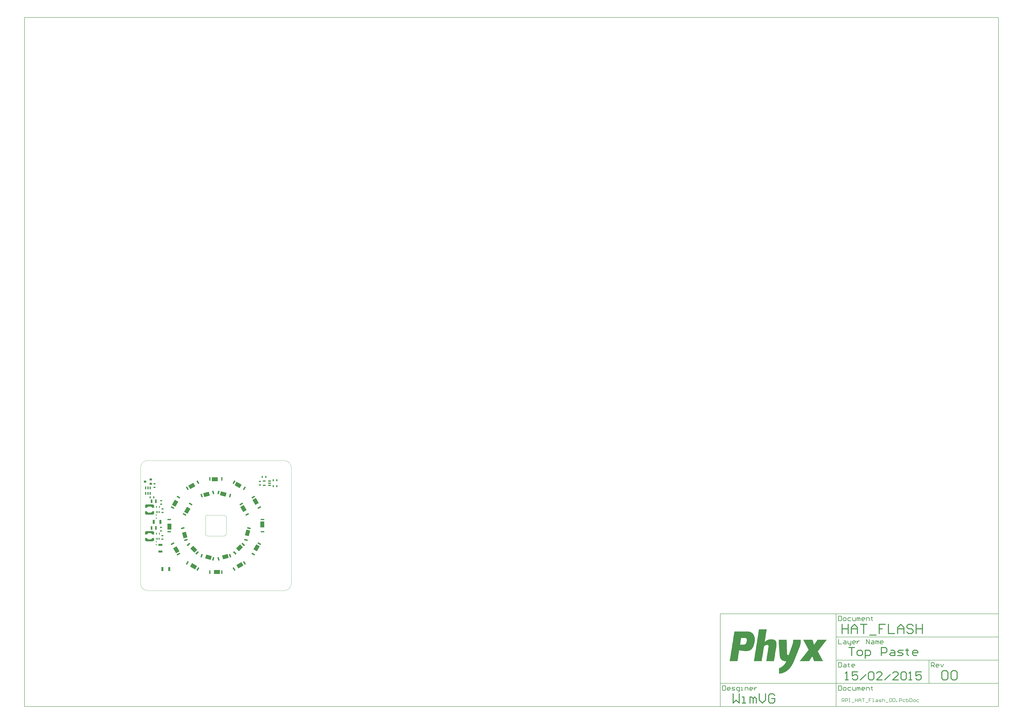
<source format=gtp>
G04 Layer_Color=8421504*
%FSLAX25Y25*%
%MOIN*%
G70*
G01*
G75*
%ADD11C,0.00787*%
%ADD12C,0.01575*%
%ADD15R,0.07874X0.03425*%
%ADD16R,0.02362X0.03543*%
%ADD17R,0.03543X0.02362*%
%ADD18R,0.03543X0.07087*%
%ADD19R,0.07087X0.03543*%
%ADD20R,0.02756X0.05906*%
G04:AMPARAMS|DCode=21|XSize=98.43mil|YSize=66.93mil|CornerRadius=0mil|HoleSize=0mil|Usage=FLASHONLY|Rotation=105.000|XOffset=0mil|YOffset=0mil|HoleType=Round|Shape=Rectangle|*
%AMROTATEDRECTD21*
4,1,4,0.04506,-0.03887,-0.01959,-0.05620,-0.04506,0.03887,0.01959,0.05620,0.04506,-0.03887,0.0*
%
%ADD21ROTATEDRECTD21*%

G04:AMPARAMS|DCode=22|XSize=23.62mil|YSize=59.06mil|CornerRadius=0mil|HoleSize=0mil|Usage=FLASHONLY|Rotation=105.000|XOffset=0mil|YOffset=0mil|HoleType=Round|Shape=Rectangle|*
%AMROTATEDRECTD22*
4,1,4,0.03158,-0.00377,-0.02547,-0.01905,-0.03158,0.00377,0.02547,0.01905,0.03158,-0.00377,0.0*
%
%ADD22ROTATEDRECTD22*%

G04:AMPARAMS|DCode=23|XSize=98.43mil|YSize=66.93mil|CornerRadius=0mil|HoleSize=0mil|Usage=FLASHONLY|Rotation=135.000|XOffset=0mil|YOffset=0mil|HoleType=Round|Shape=Rectangle|*
%AMROTATEDRECTD23*
4,1,4,0.05846,-0.01114,0.01114,-0.05846,-0.05846,0.01114,-0.01114,0.05846,0.05846,-0.01114,0.0*
%
%ADD23ROTATEDRECTD23*%

G04:AMPARAMS|DCode=24|XSize=23.62mil|YSize=59.06mil|CornerRadius=0mil|HoleSize=0mil|Usage=FLASHONLY|Rotation=135.000|XOffset=0mil|YOffset=0mil|HoleType=Round|Shape=Rectangle|*
%AMROTATEDRECTD24*
4,1,4,0.02923,0.01253,-0.01253,-0.02923,-0.02923,-0.01253,0.01253,0.02923,0.02923,0.01253,0.0*
%
%ADD24ROTATEDRECTD24*%

G04:AMPARAMS|DCode=25|XSize=98.43mil|YSize=66.93mil|CornerRadius=0mil|HoleSize=0mil|Usage=FLASHONLY|Rotation=165.000|XOffset=0mil|YOffset=0mil|HoleType=Round|Shape=Rectangle|*
%AMROTATEDRECTD25*
4,1,4,0.05620,0.01959,0.03887,-0.04506,-0.05620,-0.01959,-0.03887,0.04506,0.05620,0.01959,0.0*
%
%ADD25ROTATEDRECTD25*%

G04:AMPARAMS|DCode=26|XSize=23.62mil|YSize=59.06mil|CornerRadius=0mil|HoleSize=0mil|Usage=FLASHONLY|Rotation=165.000|XOffset=0mil|YOffset=0mil|HoleType=Round|Shape=Rectangle|*
%AMROTATEDRECTD26*
4,1,4,0.01905,0.02547,0.00377,-0.03158,-0.01905,-0.02547,-0.00377,0.03158,0.01905,0.02547,0.0*
%
%ADD26ROTATEDRECTD26*%

G04:AMPARAMS|DCode=27|XSize=98.43mil|YSize=66.93mil|CornerRadius=0mil|HoleSize=0mil|Usage=FLASHONLY|Rotation=195.000|XOffset=0mil|YOffset=0mil|HoleType=Round|Shape=Rectangle|*
%AMROTATEDRECTD27*
4,1,4,0.03887,0.04506,0.05620,-0.01959,-0.03887,-0.04506,-0.05620,0.01959,0.03887,0.04506,0.0*
%
%ADD27ROTATEDRECTD27*%

G04:AMPARAMS|DCode=28|XSize=23.62mil|YSize=59.06mil|CornerRadius=0mil|HoleSize=0mil|Usage=FLASHONLY|Rotation=195.000|XOffset=0mil|YOffset=0mil|HoleType=Round|Shape=Rectangle|*
%AMROTATEDRECTD28*
4,1,4,0.00377,0.03158,0.01905,-0.02547,-0.00377,-0.03158,-0.01905,0.02547,0.00377,0.03158,0.0*
%
%ADD28ROTATEDRECTD28*%

G04:AMPARAMS|DCode=29|XSize=98.43mil|YSize=66.93mil|CornerRadius=0mil|HoleSize=0mil|Usage=FLASHONLY|Rotation=225.000|XOffset=0mil|YOffset=0mil|HoleType=Round|Shape=Rectangle|*
%AMROTATEDRECTD29*
4,1,4,0.01114,0.05846,0.05846,0.01114,-0.01114,-0.05846,-0.05846,-0.01114,0.01114,0.05846,0.0*
%
%ADD29ROTATEDRECTD29*%

G04:AMPARAMS|DCode=30|XSize=23.62mil|YSize=59.06mil|CornerRadius=0mil|HoleSize=0mil|Usage=FLASHONLY|Rotation=225.000|XOffset=0mil|YOffset=0mil|HoleType=Round|Shape=Rectangle|*
%AMROTATEDRECTD30*
4,1,4,-0.01253,0.02923,0.02923,-0.01253,0.01253,-0.02923,-0.02923,0.01253,-0.01253,0.02923,0.0*
%
%ADD30ROTATEDRECTD30*%

G04:AMPARAMS|DCode=31|XSize=98.43mil|YSize=66.93mil|CornerRadius=0mil|HoleSize=0mil|Usage=FLASHONLY|Rotation=255.000|XOffset=0mil|YOffset=0mil|HoleType=Round|Shape=Rectangle|*
%AMROTATEDRECTD31*
4,1,4,-0.01959,0.05620,0.04506,0.03887,0.01959,-0.05620,-0.04506,-0.03887,-0.01959,0.05620,0.0*
%
%ADD31ROTATEDRECTD31*%

G04:AMPARAMS|DCode=32|XSize=23.62mil|YSize=59.06mil|CornerRadius=0mil|HoleSize=0mil|Usage=FLASHONLY|Rotation=255.000|XOffset=0mil|YOffset=0mil|HoleType=Round|Shape=Rectangle|*
%AMROTATEDRECTD32*
4,1,4,-0.02547,0.01905,0.03158,0.00377,0.02547,-0.01905,-0.03158,-0.00377,-0.02547,0.01905,0.0*
%
%ADD32ROTATEDRECTD32*%

G04:AMPARAMS|DCode=33|XSize=98.43mil|YSize=66.93mil|CornerRadius=0mil|HoleSize=0mil|Usage=FLASHONLY|Rotation=300.000|XOffset=0mil|YOffset=0mil|HoleType=Round|Shape=Rectangle|*
%AMROTATEDRECTD33*
4,1,4,-0.05359,0.02589,0.00438,0.05935,0.05359,-0.02589,-0.00438,-0.05935,-0.05359,0.02589,0.0*
%
%ADD33ROTATEDRECTD33*%

G04:AMPARAMS|DCode=34|XSize=23.62mil|YSize=59.06mil|CornerRadius=0mil|HoleSize=0mil|Usage=FLASHONLY|Rotation=300.000|XOffset=0mil|YOffset=0mil|HoleType=Round|Shape=Rectangle|*
%AMROTATEDRECTD34*
4,1,4,-0.03148,-0.00454,0.01967,0.02499,0.03148,0.00454,-0.01967,-0.02499,-0.03148,-0.00454,0.0*
%
%ADD34ROTATEDRECTD34*%

G04:AMPARAMS|DCode=35|XSize=98.43mil|YSize=66.93mil|CornerRadius=0mil|HoleSize=0mil|Usage=FLASHONLY|Rotation=60.000|XOffset=0mil|YOffset=0mil|HoleType=Round|Shape=Rectangle|*
%AMROTATEDRECTD35*
4,1,4,0.00438,-0.05935,-0.05359,-0.02589,-0.00438,0.05935,0.05359,0.02589,0.00438,-0.05935,0.0*
%
%ADD35ROTATEDRECTD35*%

G04:AMPARAMS|DCode=36|XSize=23.62mil|YSize=59.06mil|CornerRadius=0mil|HoleSize=0mil|Usage=FLASHONLY|Rotation=60.000|XOffset=0mil|YOffset=0mil|HoleType=Round|Shape=Rectangle|*
%AMROTATEDRECTD36*
4,1,4,0.01967,-0.02499,-0.03148,0.00454,-0.01967,0.02499,0.03148,-0.00454,0.01967,-0.02499,0.0*
%
%ADD36ROTATEDRECTD36*%

%ADD37R,0.01575X0.01890*%
%ADD38R,0.01575X0.03543*%
%ADD39R,0.03937X0.03347*%
%ADD40R,0.03937X0.03347*%
%ADD41R,0.02362X0.04528*%
%ADD42R,0.06693X0.09843*%
%ADD43R,0.05906X0.02362*%
G04:AMPARAMS|DCode=44|XSize=98.43mil|YSize=66.93mil|CornerRadius=0mil|HoleSize=0mil|Usage=FLASHONLY|Rotation=150.000|XOffset=0mil|YOffset=0mil|HoleType=Round|Shape=Rectangle|*
%AMROTATEDRECTD44*
4,1,4,0.05935,0.00438,0.02589,-0.05359,-0.05935,-0.00438,-0.02589,0.05359,0.05935,0.00438,0.0*
%
%ADD44ROTATEDRECTD44*%

G04:AMPARAMS|DCode=45|XSize=23.62mil|YSize=59.06mil|CornerRadius=0mil|HoleSize=0mil|Usage=FLASHONLY|Rotation=150.000|XOffset=0mil|YOffset=0mil|HoleType=Round|Shape=Rectangle|*
%AMROTATEDRECTD45*
4,1,4,0.02499,0.01967,-0.00454,-0.03148,-0.02499,-0.01967,0.00454,0.03148,0.02499,0.01967,0.0*
%
%ADD45ROTATEDRECTD45*%

%ADD46R,0.09843X0.06693*%
%ADD47R,0.02362X0.05906*%
G04:AMPARAMS|DCode=48|XSize=98.43mil|YSize=66.93mil|CornerRadius=0mil|HoleSize=0mil|Usage=FLASHONLY|Rotation=210.000|XOffset=0mil|YOffset=0mil|HoleType=Round|Shape=Rectangle|*
%AMROTATEDRECTD48*
4,1,4,0.02589,0.05359,0.05935,-0.00438,-0.02589,-0.05359,-0.05935,0.00438,0.02589,0.05359,0.0*
%
%ADD48ROTATEDRECTD48*%

G04:AMPARAMS|DCode=49|XSize=23.62mil|YSize=59.06mil|CornerRadius=0mil|HoleSize=0mil|Usage=FLASHONLY|Rotation=210.000|XOffset=0mil|YOffset=0mil|HoleType=Round|Shape=Rectangle|*
%AMROTATEDRECTD49*
4,1,4,-0.00454,0.03148,0.02499,-0.01967,0.00454,-0.03148,-0.02499,0.01967,-0.00454,0.03148,0.0*
%
%ADD49ROTATEDRECTD49*%

%ADD50R,0.04528X0.02362*%
%ADD53C,0.00984*%
%ADD54C,0.00394*%
G36*
X1121080Y-83717D02*
Y-84003D01*
Y-84290D01*
Y-84576D01*
Y-84862D01*
Y-85149D01*
Y-85435D01*
Y-85721D01*
Y-86007D01*
Y-86294D01*
Y-86580D01*
Y-86866D01*
Y-87153D01*
Y-87439D01*
Y-87725D01*
Y-88012D01*
Y-88298D01*
Y-88584D01*
Y-88871D01*
Y-89157D01*
Y-89443D01*
X1120793D01*
Y-89730D01*
Y-90016D01*
Y-90302D01*
Y-90588D01*
Y-90875D01*
X1120507D01*
Y-91161D01*
Y-91448D01*
Y-91734D01*
Y-92020D01*
X1120221D01*
Y-92306D01*
Y-92593D01*
Y-92879D01*
Y-93165D01*
X1119934D01*
Y-93452D01*
Y-93738D01*
Y-94024D01*
X1119648D01*
Y-94311D01*
Y-94597D01*
Y-94883D01*
X1119362D01*
Y-95170D01*
Y-95456D01*
Y-95742D01*
X1119075D01*
Y-96029D01*
Y-96315D01*
Y-96601D01*
X1118789D01*
Y-96887D01*
Y-97174D01*
X1118503D01*
Y-97460D01*
Y-97746D01*
X1118217D01*
Y-98033D01*
Y-98319D01*
Y-98605D01*
X1117930D01*
Y-98892D01*
Y-99178D01*
X1117644D01*
Y-99464D01*
Y-99751D01*
Y-100037D01*
X1117358D01*
Y-100323D01*
Y-100610D01*
X1117071D01*
Y-100896D01*
Y-101182D01*
Y-101468D01*
X1116785D01*
Y-101755D01*
Y-102041D01*
X1116499D01*
Y-102327D01*
Y-102614D01*
Y-102900D01*
X1116212D01*
Y-103186D01*
Y-103473D01*
X1115926D01*
Y-103759D01*
Y-104045D01*
Y-104332D01*
X1115640D01*
Y-104618D01*
Y-104904D01*
X1115353D01*
Y-105191D01*
Y-105477D01*
Y-105763D01*
X1115067D01*
Y-106049D01*
Y-106336D01*
X1114781D01*
Y-106622D01*
Y-106908D01*
Y-107195D01*
X1114494D01*
Y-107481D01*
Y-107767D01*
X1114208D01*
Y-108054D01*
Y-108340D01*
Y-108626D01*
X1113922D01*
Y-108913D01*
Y-109199D01*
X1113636D01*
Y-109485D01*
Y-109772D01*
Y-110058D01*
X1113349D01*
Y-110344D01*
Y-110630D01*
X1113063D01*
Y-110917D01*
Y-111203D01*
Y-111489D01*
X1112776D01*
Y-111776D01*
Y-112062D01*
X1112490D01*
Y-112348D01*
Y-112635D01*
Y-112921D01*
X1112204D01*
Y-113207D01*
Y-113494D01*
X1111918D01*
Y-113780D01*
Y-114066D01*
Y-114353D01*
X1111631D01*
Y-114639D01*
Y-114925D01*
X1111345D01*
Y-115211D01*
Y-115498D01*
Y-115784D01*
X1111059D01*
Y-116070D01*
Y-116357D01*
X1110772D01*
Y-116643D01*
Y-116929D01*
Y-117216D01*
X1110486D01*
Y-117502D01*
Y-117788D01*
X1110200D01*
Y-118075D01*
Y-118361D01*
Y-118647D01*
X1109913D01*
Y-118933D01*
Y-119220D01*
X1109627D01*
Y-119506D01*
Y-119792D01*
Y-120079D01*
X1109341D01*
Y-120365D01*
Y-120651D01*
X1109054D01*
Y-120938D01*
Y-121224D01*
X1108768D01*
Y-121510D01*
Y-121797D01*
X1108482D01*
Y-122083D01*
Y-122369D01*
Y-122656D01*
X1108195D01*
Y-122942D01*
X1107909D01*
Y-123228D01*
Y-123514D01*
Y-123801D01*
X1107623D01*
Y-124087D01*
X1107337D01*
Y-124373D01*
Y-124660D01*
X1107050D01*
Y-124946D01*
Y-125232D01*
X1106764D01*
Y-125519D01*
Y-125805D01*
X1106478D01*
Y-126091D01*
Y-126378D01*
X1106191D01*
Y-126664D01*
X1105905D01*
Y-126950D01*
Y-127237D01*
X1105619D01*
Y-127523D01*
Y-127809D01*
X1105332D01*
Y-128095D01*
X1105046D01*
Y-128382D01*
X1104760D01*
Y-128668D01*
Y-128954D01*
X1104473D01*
Y-129241D01*
X1104187D01*
Y-129527D01*
Y-129813D01*
X1103901D01*
Y-130100D01*
X1103615D01*
Y-130386D01*
X1103328D01*
Y-130672D01*
Y-130959D01*
X1103042D01*
Y-131245D01*
X1102756D01*
Y-131531D01*
X1102469D01*
Y-131818D01*
X1102183D01*
Y-132104D01*
X1101897D01*
Y-132390D01*
Y-132676D01*
X1101610D01*
Y-132963D01*
X1101324D01*
Y-133249D01*
X1101038D01*
Y-133535D01*
X1100751D01*
Y-133822D01*
X1100465D01*
Y-134108D01*
X1100179D01*
Y-134394D01*
X1099892D01*
Y-134681D01*
X1099320D01*
Y-134967D01*
X1099034D01*
Y-135253D01*
X1098747D01*
Y-135540D01*
X1098461D01*
Y-135826D01*
X1098175D01*
Y-136112D01*
X1097602D01*
Y-136399D01*
X1097316D01*
Y-136685D01*
X1096743D01*
Y-136971D01*
X1096457D01*
Y-137258D01*
X1095884D01*
Y-137544D01*
X1095598D01*
Y-137830D01*
X1095025D01*
Y-138117D01*
X1094452D01*
Y-138403D01*
X1093880D01*
Y-138689D01*
X1093307D01*
Y-138975D01*
X1092735D01*
Y-139262D01*
X1091876D01*
Y-139548D01*
X1091303D01*
Y-139834D01*
X1090444D01*
Y-140121D01*
X1089299D01*
Y-140407D01*
X1088154D01*
Y-140693D01*
X1086436D01*
Y-140980D01*
X1084432D01*
Y-141266D01*
X1084145D01*
Y-140980D01*
Y-140693D01*
Y-140407D01*
Y-140121D01*
Y-139834D01*
Y-139548D01*
Y-139262D01*
Y-138975D01*
Y-138689D01*
Y-138403D01*
Y-138117D01*
Y-137830D01*
Y-137544D01*
Y-137258D01*
Y-136971D01*
Y-136685D01*
Y-136399D01*
Y-136112D01*
Y-135826D01*
Y-135540D01*
Y-135253D01*
Y-134967D01*
Y-134681D01*
Y-134394D01*
Y-134108D01*
Y-133822D01*
Y-133535D01*
Y-133249D01*
Y-132963D01*
Y-132676D01*
Y-132390D01*
Y-132104D01*
Y-131818D01*
X1084718D01*
Y-131531D01*
X1085291D01*
Y-131245D01*
X1085863D01*
Y-130959D01*
X1086436D01*
Y-130672D01*
X1087008D01*
Y-130386D01*
X1087581D01*
Y-130100D01*
X1087867D01*
Y-129813D01*
X1088440D01*
Y-129527D01*
X1088726D01*
Y-129241D01*
X1089299D01*
Y-128954D01*
X1089585D01*
Y-128668D01*
X1089872D01*
Y-128382D01*
X1090444D01*
Y-128095D01*
X1090730D01*
Y-127809D01*
X1091017D01*
Y-127523D01*
X1091303D01*
Y-127237D01*
X1091589D01*
Y-126950D01*
X1091876D01*
Y-126664D01*
X1092162D01*
Y-126378D01*
X1092448D01*
Y-126091D01*
X1092735D01*
Y-125805D01*
X1093021D01*
Y-125519D01*
X1093307D01*
Y-125232D01*
X1093594D01*
Y-124946D01*
Y-124660D01*
X1093880D01*
Y-124373D01*
X1094166D01*
Y-124087D01*
X1094452D01*
Y-123801D01*
Y-123514D01*
X1094739D01*
Y-123228D01*
X1095025D01*
Y-122942D01*
Y-122656D01*
X1095311D01*
Y-122369D01*
Y-122083D01*
X1095598D01*
Y-121797D01*
X1095884D01*
Y-121510D01*
Y-121224D01*
X1096170D01*
Y-120938D01*
Y-120651D01*
X1096457D01*
Y-120365D01*
Y-120079D01*
X1094739D01*
Y-119792D01*
X1092735D01*
Y-119506D01*
X1091589D01*
Y-119220D01*
X1091017D01*
Y-118933D01*
X1090158D01*
Y-118647D01*
X1089585D01*
Y-118361D01*
X1089299D01*
Y-118075D01*
X1088726D01*
Y-117788D01*
X1088440D01*
Y-117502D01*
X1088154D01*
Y-117216D01*
X1087867D01*
Y-116929D01*
X1087581D01*
Y-116643D01*
X1087295D01*
Y-116357D01*
Y-116070D01*
X1087008D01*
Y-115784D01*
X1086722D01*
Y-115498D01*
Y-115211D01*
X1086436D01*
Y-114925D01*
Y-114639D01*
X1086149D01*
Y-114353D01*
Y-114066D01*
X1085863D01*
Y-113780D01*
Y-113494D01*
Y-113207D01*
X1085577D01*
Y-112921D01*
Y-112635D01*
Y-112348D01*
Y-112062D01*
X1085291D01*
Y-111776D01*
Y-111489D01*
Y-111203D01*
Y-110917D01*
Y-110630D01*
Y-110344D01*
Y-110058D01*
X1085004D01*
Y-109772D01*
Y-109485D01*
Y-109199D01*
Y-108913D01*
Y-108626D01*
Y-108340D01*
Y-108054D01*
Y-107767D01*
Y-107481D01*
Y-107195D01*
Y-106908D01*
Y-106622D01*
Y-106336D01*
Y-106049D01*
Y-105763D01*
X1084718D01*
Y-105477D01*
Y-105191D01*
Y-104904D01*
Y-104618D01*
Y-104332D01*
Y-104045D01*
Y-103759D01*
Y-103473D01*
Y-103186D01*
Y-102900D01*
Y-102614D01*
Y-102327D01*
Y-102041D01*
Y-101755D01*
Y-101468D01*
X1084432D01*
Y-101182D01*
Y-100896D01*
Y-100610D01*
Y-100323D01*
Y-100037D01*
Y-99751D01*
Y-99464D01*
Y-99178D01*
Y-98892D01*
Y-98605D01*
Y-98319D01*
Y-98033D01*
Y-97746D01*
Y-97460D01*
Y-97174D01*
Y-96887D01*
X1084145D01*
Y-96601D01*
Y-96315D01*
Y-96029D01*
Y-95742D01*
Y-95456D01*
Y-95170D01*
Y-94883D01*
Y-94597D01*
Y-94311D01*
Y-94024D01*
Y-93738D01*
Y-93452D01*
Y-93165D01*
Y-92879D01*
Y-92593D01*
Y-92306D01*
X1083859D01*
Y-92020D01*
Y-91734D01*
Y-91448D01*
Y-91161D01*
Y-90875D01*
Y-90588D01*
Y-90302D01*
Y-90016D01*
Y-89730D01*
Y-89443D01*
Y-89157D01*
Y-88871D01*
Y-88584D01*
Y-88298D01*
X1083573D01*
Y-88012D01*
Y-87725D01*
Y-87439D01*
Y-87153D01*
Y-86866D01*
Y-86580D01*
Y-86294D01*
Y-86007D01*
Y-85721D01*
Y-85435D01*
Y-85149D01*
Y-84862D01*
Y-84576D01*
Y-84290D01*
Y-84003D01*
Y-83717D01*
X1083286D01*
Y-83431D01*
X1097029D01*
Y-83717D01*
Y-84003D01*
Y-84290D01*
Y-84576D01*
Y-84862D01*
Y-85149D01*
Y-85435D01*
Y-85721D01*
Y-86007D01*
Y-86294D01*
Y-86580D01*
Y-86866D01*
Y-87153D01*
Y-87439D01*
X1097316D01*
Y-87725D01*
Y-88012D01*
Y-88298D01*
Y-88584D01*
Y-88871D01*
Y-89157D01*
Y-89443D01*
Y-89730D01*
Y-90016D01*
Y-90302D01*
Y-90588D01*
Y-90875D01*
Y-91161D01*
Y-91448D01*
Y-91734D01*
Y-92020D01*
Y-92306D01*
Y-92593D01*
Y-92879D01*
Y-93165D01*
Y-93452D01*
Y-93738D01*
Y-94024D01*
Y-94311D01*
Y-94597D01*
Y-94883D01*
Y-95170D01*
Y-95456D01*
Y-95742D01*
Y-96029D01*
Y-96315D01*
Y-96601D01*
Y-96887D01*
Y-97174D01*
Y-97460D01*
Y-97746D01*
Y-98033D01*
Y-98319D01*
Y-98605D01*
Y-98892D01*
Y-99178D01*
X1097602D01*
Y-99464D01*
X1097316D01*
Y-99751D01*
Y-100037D01*
X1097602D01*
Y-100323D01*
Y-100610D01*
Y-100896D01*
Y-101182D01*
Y-101468D01*
Y-101755D01*
Y-102041D01*
Y-102327D01*
Y-102614D01*
Y-102900D01*
Y-103186D01*
Y-103473D01*
Y-103759D01*
Y-104045D01*
Y-104332D01*
Y-104618D01*
Y-104904D01*
Y-105191D01*
Y-105477D01*
Y-105763D01*
Y-106049D01*
Y-106336D01*
Y-106622D01*
Y-106908D01*
Y-107195D01*
Y-107481D01*
X1097888D01*
Y-107767D01*
Y-108054D01*
Y-108340D01*
X1098175D01*
Y-108626D01*
X1098461D01*
Y-108913D01*
X1098747D01*
Y-109199D01*
X1099606D01*
Y-109485D01*
X1100465D01*
Y-109199D01*
X1100751D01*
Y-108913D01*
Y-108626D01*
Y-108340D01*
X1101038D01*
Y-108054D01*
Y-107767D01*
X1101324D01*
Y-107481D01*
Y-107195D01*
Y-106908D01*
X1101610D01*
Y-106622D01*
Y-106336D01*
Y-106049D01*
X1101897D01*
Y-105763D01*
Y-105477D01*
Y-105191D01*
X1102183D01*
Y-104904D01*
Y-104618D01*
Y-104332D01*
X1102469D01*
Y-104045D01*
Y-103759D01*
X1102756D01*
Y-103473D01*
Y-103186D01*
Y-102900D01*
X1103042D01*
Y-102614D01*
Y-102327D01*
Y-102041D01*
X1103328D01*
Y-101755D01*
Y-101468D01*
Y-101182D01*
X1103615D01*
Y-100896D01*
Y-100610D01*
X1103901D01*
Y-100323D01*
Y-100037D01*
Y-99751D01*
X1104187D01*
Y-99464D01*
Y-99178D01*
Y-98892D01*
X1104473D01*
Y-98605D01*
Y-98319D01*
Y-98033D01*
X1104760D01*
Y-97746D01*
Y-97460D01*
X1105046D01*
Y-97174D01*
Y-96887D01*
Y-96601D01*
X1105332D01*
Y-96315D01*
Y-96029D01*
Y-95742D01*
X1105619D01*
Y-95456D01*
Y-95170D01*
Y-94883D01*
X1105905D01*
Y-94597D01*
Y-94311D01*
X1106191D01*
Y-94024D01*
Y-93738D01*
Y-93452D01*
X1106478D01*
Y-93165D01*
Y-92879D01*
Y-92593D01*
X1106764D01*
Y-92306D01*
Y-92020D01*
Y-91734D01*
X1107050D01*
Y-91448D01*
Y-91161D01*
Y-90875D01*
Y-90588D01*
X1107337D01*
Y-90302D01*
Y-90016D01*
Y-89730D01*
Y-89443D01*
X1107623D01*
Y-89157D01*
Y-88871D01*
Y-88584D01*
Y-88298D01*
Y-88012D01*
X1107909D01*
Y-87725D01*
Y-87439D01*
Y-87153D01*
Y-86866D01*
Y-86580D01*
Y-86294D01*
X1108195D01*
Y-86007D01*
Y-85721D01*
Y-85435D01*
Y-85149D01*
Y-84862D01*
Y-84576D01*
Y-84290D01*
Y-84003D01*
Y-83717D01*
Y-83431D01*
X1121080D01*
Y-83717D01*
D02*
G37*
G36*
X1063244Y-66252D02*
Y-66538D01*
X1062958D01*
Y-66825D01*
Y-67111D01*
Y-67397D01*
Y-67684D01*
Y-67970D01*
Y-68256D01*
X1062672D01*
Y-68542D01*
Y-68829D01*
Y-69115D01*
Y-69401D01*
Y-69688D01*
Y-69974D01*
X1062385D01*
Y-70260D01*
Y-70547D01*
Y-70833D01*
Y-71119D01*
Y-71406D01*
Y-71692D01*
Y-71978D01*
X1062099D01*
Y-72264D01*
Y-72551D01*
Y-72837D01*
Y-73123D01*
Y-73410D01*
Y-73696D01*
X1061813D01*
Y-73982D01*
Y-74269D01*
Y-74555D01*
Y-74841D01*
Y-75128D01*
Y-75414D01*
X1061526D01*
Y-75700D01*
Y-75987D01*
Y-76273D01*
Y-76559D01*
Y-76846D01*
Y-77132D01*
Y-77418D01*
X1061240D01*
Y-77704D01*
Y-77991D01*
Y-78277D01*
Y-78563D01*
Y-78850D01*
Y-79136D01*
X1060954D01*
Y-79422D01*
Y-79709D01*
Y-79995D01*
Y-80281D01*
Y-80568D01*
Y-80854D01*
X1060668D01*
Y-81140D01*
Y-81427D01*
Y-81713D01*
Y-81999D01*
Y-82285D01*
Y-82572D01*
X1060381D01*
Y-82858D01*
Y-83144D01*
Y-83431D01*
Y-83717D01*
Y-84003D01*
Y-84290D01*
Y-84576D01*
X1060095D01*
Y-84862D01*
Y-85149D01*
Y-85435D01*
Y-85721D01*
Y-86007D01*
Y-86294D01*
X1059809D01*
Y-86580D01*
Y-86866D01*
X1060381D01*
Y-86580D01*
X1060668D01*
Y-86294D01*
X1060954D01*
Y-86007D01*
X1061526D01*
Y-85721D01*
X1061813D01*
Y-85435D01*
X1062099D01*
Y-85149D01*
X1062672D01*
Y-84862D01*
X1063244D01*
Y-84576D01*
X1063531D01*
Y-84290D01*
X1064103D01*
Y-84003D01*
X1064962D01*
Y-83717D01*
X1065535D01*
Y-83431D01*
X1066394D01*
Y-83144D01*
X1067825D01*
Y-82858D01*
X1074124D01*
Y-83144D01*
X1075270D01*
Y-83431D01*
X1076128D01*
Y-83717D01*
X1076701D01*
Y-84003D01*
X1076987D01*
Y-84290D01*
X1077560D01*
Y-84576D01*
X1077846D01*
Y-84862D01*
X1078133D01*
Y-85149D01*
X1078419D01*
Y-85435D01*
X1078705D01*
Y-85721D01*
Y-86007D01*
X1078992D01*
Y-86294D01*
Y-86580D01*
X1079278D01*
Y-86866D01*
Y-87153D01*
Y-87439D01*
X1079564D01*
Y-87725D01*
Y-88012D01*
Y-88298D01*
Y-88584D01*
X1079850D01*
Y-88871D01*
Y-89157D01*
Y-89443D01*
Y-89730D01*
Y-90016D01*
Y-90302D01*
Y-90588D01*
Y-90875D01*
Y-91161D01*
Y-91448D01*
Y-91734D01*
Y-92020D01*
Y-92306D01*
Y-92593D01*
Y-92879D01*
Y-93165D01*
Y-93452D01*
Y-93738D01*
X1079564D01*
Y-94024D01*
Y-94311D01*
Y-94597D01*
Y-94883D01*
Y-95170D01*
Y-95456D01*
Y-95742D01*
X1079278D01*
Y-96029D01*
Y-96315D01*
Y-96601D01*
Y-96887D01*
Y-97174D01*
Y-97460D01*
Y-97746D01*
X1078992D01*
Y-98033D01*
Y-98319D01*
Y-98605D01*
Y-98892D01*
Y-99178D01*
Y-99464D01*
X1078705D01*
Y-99751D01*
Y-100037D01*
Y-100323D01*
Y-100610D01*
Y-100896D01*
Y-101182D01*
X1078419D01*
Y-101468D01*
Y-101755D01*
Y-102041D01*
Y-102327D01*
Y-102614D01*
Y-102900D01*
X1078133D01*
Y-103186D01*
Y-103473D01*
Y-103759D01*
Y-104045D01*
Y-104332D01*
Y-104618D01*
Y-104904D01*
X1077846D01*
Y-105191D01*
Y-105477D01*
Y-105763D01*
Y-106049D01*
Y-106336D01*
Y-106622D01*
X1077560D01*
Y-106908D01*
Y-107195D01*
Y-107481D01*
Y-107767D01*
Y-108054D01*
Y-108340D01*
X1077274D01*
Y-108626D01*
Y-108913D01*
Y-109199D01*
Y-109485D01*
Y-109772D01*
Y-110058D01*
Y-110344D01*
X1076987D01*
Y-110630D01*
Y-110917D01*
Y-111203D01*
Y-111489D01*
Y-111776D01*
Y-112062D01*
X1076701D01*
Y-112348D01*
Y-112635D01*
Y-112921D01*
Y-113207D01*
Y-113494D01*
Y-113780D01*
X1076415D01*
Y-114066D01*
Y-114353D01*
Y-114639D01*
Y-114925D01*
Y-115211D01*
Y-115498D01*
X1076128D01*
Y-115784D01*
Y-116070D01*
Y-116357D01*
Y-116643D01*
Y-116929D01*
Y-117216D01*
Y-117502D01*
X1075842D01*
Y-117788D01*
Y-118075D01*
Y-118361D01*
Y-118647D01*
Y-118933D01*
Y-119220D01*
X1075556D01*
Y-119506D01*
Y-119792D01*
X1062385D01*
Y-119506D01*
Y-119220D01*
X1062672D01*
Y-118933D01*
Y-118647D01*
Y-118361D01*
Y-118075D01*
Y-117788D01*
Y-117502D01*
X1062958D01*
Y-117216D01*
Y-116929D01*
Y-116643D01*
Y-116357D01*
Y-116070D01*
Y-115784D01*
Y-115498D01*
X1063244D01*
Y-115211D01*
Y-114925D01*
Y-114639D01*
Y-114353D01*
Y-114066D01*
Y-113780D01*
X1063531D01*
Y-113494D01*
Y-113207D01*
Y-112921D01*
Y-112635D01*
Y-112348D01*
Y-112062D01*
X1063817D01*
Y-111776D01*
Y-111489D01*
Y-111203D01*
Y-110917D01*
Y-110630D01*
Y-110344D01*
Y-110058D01*
X1064103D01*
Y-109772D01*
Y-109485D01*
Y-109199D01*
Y-108913D01*
Y-108626D01*
Y-108340D01*
X1064390D01*
Y-108054D01*
Y-107767D01*
Y-107481D01*
Y-107195D01*
Y-106908D01*
Y-106622D01*
Y-106336D01*
X1064676D01*
Y-106049D01*
Y-105763D01*
Y-105477D01*
Y-105191D01*
Y-104904D01*
Y-104618D01*
X1064962D01*
Y-104332D01*
Y-104045D01*
Y-103759D01*
Y-103473D01*
Y-103186D01*
Y-102900D01*
X1065249D01*
Y-102614D01*
Y-102327D01*
Y-102041D01*
Y-101755D01*
Y-101468D01*
Y-101182D01*
X1065535D01*
Y-100896D01*
Y-100610D01*
Y-100323D01*
Y-100037D01*
Y-99751D01*
Y-99464D01*
Y-99178D01*
X1065821D01*
Y-98892D01*
Y-98605D01*
Y-98319D01*
Y-98033D01*
Y-97746D01*
Y-97460D01*
X1066107D01*
Y-97174D01*
Y-96887D01*
Y-96601D01*
Y-96315D01*
Y-96029D01*
Y-95742D01*
Y-95456D01*
X1066394D01*
Y-95170D01*
Y-94883D01*
Y-94597D01*
Y-94311D01*
Y-94024D01*
Y-93738D01*
X1066107D01*
Y-93452D01*
Y-93165D01*
X1065821D01*
Y-92879D01*
X1065535D01*
Y-92593D01*
X1064962D01*
Y-92306D01*
X1063244D01*
Y-92593D01*
X1061813D01*
Y-92879D01*
X1060954D01*
Y-93165D01*
X1060381D01*
Y-93452D01*
X1060095D01*
Y-93738D01*
X1059522D01*
Y-94024D01*
X1059236D01*
Y-94311D01*
X1058950D01*
Y-94597D01*
Y-94883D01*
X1058663D01*
Y-95170D01*
Y-95456D01*
Y-95742D01*
X1058377D01*
Y-96029D01*
Y-96315D01*
Y-96601D01*
Y-96887D01*
Y-97174D01*
Y-97460D01*
X1058091D01*
Y-97746D01*
Y-98033D01*
Y-98319D01*
Y-98605D01*
Y-98892D01*
Y-99178D01*
Y-99464D01*
X1057804D01*
Y-99751D01*
Y-100037D01*
Y-100323D01*
Y-100610D01*
Y-100896D01*
Y-101182D01*
X1057518D01*
Y-101468D01*
Y-101755D01*
Y-102041D01*
Y-102327D01*
Y-102614D01*
Y-102900D01*
X1057232D01*
Y-103186D01*
Y-103473D01*
Y-103759D01*
Y-104045D01*
Y-104332D01*
Y-104618D01*
X1056946D01*
Y-104904D01*
Y-105191D01*
Y-105477D01*
Y-105763D01*
Y-106049D01*
Y-106336D01*
Y-106622D01*
X1056659D01*
Y-106908D01*
Y-107195D01*
Y-107481D01*
Y-107767D01*
Y-108054D01*
Y-108340D01*
X1056373D01*
Y-108626D01*
Y-108913D01*
Y-109199D01*
Y-109485D01*
Y-109772D01*
Y-110058D01*
X1056087D01*
Y-110344D01*
Y-110630D01*
Y-110917D01*
Y-111203D01*
Y-111489D01*
Y-111776D01*
Y-112062D01*
X1055800D01*
Y-112348D01*
Y-112635D01*
Y-112921D01*
Y-113207D01*
Y-113494D01*
Y-113780D01*
X1055514D01*
Y-114066D01*
Y-114353D01*
Y-114639D01*
Y-114925D01*
Y-115211D01*
Y-115498D01*
X1055228D01*
Y-115784D01*
Y-116070D01*
Y-116357D01*
Y-116643D01*
Y-116929D01*
Y-117216D01*
X1054941D01*
Y-117502D01*
Y-117788D01*
Y-118075D01*
Y-118361D01*
Y-118647D01*
Y-118933D01*
Y-119220D01*
X1054655D01*
Y-119506D01*
Y-119792D01*
X1041485D01*
Y-119506D01*
Y-119220D01*
X1041771D01*
Y-118933D01*
Y-118647D01*
Y-118361D01*
Y-118075D01*
Y-117788D01*
Y-117502D01*
Y-117216D01*
X1042057D01*
Y-116929D01*
Y-116643D01*
Y-116357D01*
Y-116070D01*
Y-115784D01*
Y-115498D01*
X1042344D01*
Y-115211D01*
Y-114925D01*
Y-114639D01*
Y-114353D01*
Y-114066D01*
Y-113780D01*
X1042630D01*
Y-113494D01*
Y-113207D01*
Y-112921D01*
Y-112635D01*
Y-112348D01*
Y-112062D01*
Y-111776D01*
X1042916D01*
Y-111489D01*
Y-111203D01*
Y-110917D01*
Y-110630D01*
Y-110344D01*
Y-110058D01*
X1043202D01*
Y-109772D01*
Y-109485D01*
Y-109199D01*
Y-108913D01*
Y-108626D01*
Y-108340D01*
X1043489D01*
Y-108054D01*
Y-107767D01*
Y-107481D01*
Y-107195D01*
Y-106908D01*
Y-106622D01*
X1043775D01*
Y-106336D01*
Y-106049D01*
Y-105763D01*
Y-105477D01*
Y-105191D01*
Y-104904D01*
Y-104618D01*
X1044061D01*
Y-104332D01*
Y-104045D01*
Y-103759D01*
Y-103473D01*
Y-103186D01*
Y-102900D01*
X1044348D01*
Y-102614D01*
Y-102327D01*
Y-102041D01*
Y-101755D01*
Y-101468D01*
Y-101182D01*
X1044634D01*
Y-100896D01*
Y-100610D01*
Y-100323D01*
Y-100037D01*
Y-99751D01*
Y-99464D01*
Y-99178D01*
X1044920D01*
Y-98892D01*
Y-98605D01*
Y-98319D01*
Y-98033D01*
Y-97746D01*
Y-97460D01*
X1045207D01*
Y-97174D01*
Y-96887D01*
Y-96601D01*
Y-96315D01*
Y-96029D01*
Y-95742D01*
X1045493D01*
Y-95456D01*
Y-95170D01*
Y-94883D01*
Y-94597D01*
Y-94311D01*
Y-94024D01*
X1045779D01*
Y-93738D01*
Y-93452D01*
Y-93165D01*
Y-92879D01*
Y-92593D01*
Y-92306D01*
Y-92020D01*
X1046066D01*
Y-91734D01*
Y-91448D01*
Y-91161D01*
Y-90875D01*
Y-90588D01*
Y-90302D01*
X1046352D01*
Y-90016D01*
Y-89730D01*
Y-89443D01*
Y-89157D01*
Y-88871D01*
Y-88584D01*
X1046638D01*
Y-88298D01*
Y-88012D01*
Y-87725D01*
Y-87439D01*
Y-87153D01*
Y-86866D01*
X1046925D01*
Y-86580D01*
Y-86294D01*
Y-86007D01*
Y-85721D01*
Y-85435D01*
Y-85149D01*
Y-84862D01*
X1047211D01*
Y-84576D01*
Y-84290D01*
Y-84003D01*
Y-83717D01*
Y-83431D01*
Y-83144D01*
X1047497D01*
Y-82858D01*
Y-82572D01*
Y-82285D01*
Y-81999D01*
Y-81713D01*
Y-81427D01*
X1047783D01*
Y-81140D01*
Y-80854D01*
Y-80568D01*
Y-80281D01*
Y-79995D01*
Y-79709D01*
Y-79422D01*
X1048070D01*
Y-79136D01*
Y-78850D01*
Y-78563D01*
Y-78277D01*
Y-77991D01*
Y-77704D01*
X1048356D01*
Y-77418D01*
Y-77132D01*
Y-76846D01*
Y-76559D01*
Y-76273D01*
Y-75987D01*
X1048642D01*
Y-75700D01*
Y-75414D01*
Y-75128D01*
Y-74841D01*
Y-74555D01*
Y-74269D01*
X1048929D01*
Y-73982D01*
Y-73696D01*
Y-73410D01*
Y-73123D01*
Y-72837D01*
Y-72551D01*
Y-72264D01*
X1049215D01*
Y-71978D01*
Y-71692D01*
Y-71406D01*
Y-71119D01*
Y-70833D01*
Y-70547D01*
X1049501D01*
Y-70260D01*
Y-69974D01*
Y-69688D01*
Y-69401D01*
Y-69115D01*
Y-68829D01*
X1049788D01*
Y-68542D01*
Y-68256D01*
Y-67970D01*
Y-67684D01*
Y-67397D01*
Y-67111D01*
Y-66825D01*
X1050074D01*
Y-66538D01*
Y-66252D01*
Y-65966D01*
X1063244D01*
Y-66252D01*
D02*
G37*
G36*
X1032036Y-69688D02*
X1033754D01*
Y-69974D01*
X1034613D01*
Y-70260D01*
X1035472D01*
Y-70547D01*
X1036331D01*
Y-70833D01*
X1036904D01*
Y-71119D01*
X1037190D01*
Y-71406D01*
X1037763D01*
Y-71692D01*
X1038049D01*
Y-71978D01*
X1038622D01*
Y-72264D01*
X1038908D01*
Y-72551D01*
X1039194D01*
Y-72837D01*
X1039480D01*
Y-73123D01*
X1039767D01*
Y-73410D01*
X1040053D01*
Y-73696D01*
X1040339D01*
Y-73982D01*
Y-74269D01*
X1040626D01*
Y-74555D01*
X1040912D01*
Y-74841D01*
Y-75128D01*
X1041198D01*
Y-75414D01*
X1041485D01*
Y-75700D01*
Y-75987D01*
X1041771D01*
Y-76273D01*
Y-76559D01*
Y-76846D01*
X1042057D01*
Y-77132D01*
Y-77418D01*
Y-77704D01*
X1042344D01*
Y-77991D01*
Y-78277D01*
Y-78563D01*
Y-78850D01*
X1042630D01*
Y-79136D01*
Y-79422D01*
Y-79709D01*
Y-79995D01*
Y-80281D01*
X1042916D01*
Y-80568D01*
Y-80854D01*
Y-81140D01*
Y-81427D01*
Y-81713D01*
Y-81999D01*
Y-82285D01*
Y-82572D01*
Y-82858D01*
Y-83144D01*
Y-83431D01*
Y-83717D01*
Y-84003D01*
Y-84290D01*
Y-84576D01*
Y-84862D01*
Y-85149D01*
Y-85435D01*
Y-85721D01*
Y-86007D01*
X1042630D01*
Y-86294D01*
Y-86580D01*
Y-86866D01*
Y-87153D01*
Y-87439D01*
Y-87725D01*
Y-88012D01*
X1042344D01*
Y-88298D01*
Y-88584D01*
Y-88871D01*
Y-89157D01*
Y-89443D01*
X1042057D01*
Y-89730D01*
Y-90016D01*
Y-90302D01*
Y-90588D01*
Y-90875D01*
X1041771D01*
Y-91161D01*
Y-91448D01*
Y-91734D01*
X1041485D01*
Y-92020D01*
Y-92306D01*
Y-92593D01*
Y-92879D01*
X1041198D01*
Y-93165D01*
Y-93452D01*
Y-93738D01*
X1040912D01*
Y-94024D01*
Y-94311D01*
X1040626D01*
Y-94597D01*
Y-94883D01*
Y-95170D01*
X1040339D01*
Y-95456D01*
Y-95742D01*
X1040053D01*
Y-96029D01*
Y-96315D01*
X1039767D01*
Y-96601D01*
Y-96887D01*
X1039480D01*
Y-97174D01*
X1039194D01*
Y-97460D01*
Y-97746D01*
X1038908D01*
Y-98033D01*
X1038622D01*
Y-98319D01*
X1038335D01*
Y-98605D01*
Y-98892D01*
X1038049D01*
Y-99178D01*
X1037763D01*
Y-99464D01*
X1037476D01*
Y-99751D01*
X1037190D01*
Y-100037D01*
X1036904D01*
Y-100323D01*
X1036331D01*
Y-100610D01*
X1036045D01*
Y-100896D01*
X1035472D01*
Y-101182D01*
X1035186D01*
Y-101468D01*
X1034613D01*
Y-101755D01*
X1033754D01*
Y-102041D01*
X1032895D01*
Y-102327D01*
X1032036D01*
Y-102614D01*
X1030318D01*
Y-102900D01*
X1025165D01*
Y-102614D01*
X1022588D01*
Y-102327D01*
X1020584D01*
Y-102041D01*
X1019152D01*
Y-101755D01*
X1017721D01*
Y-101468D01*
X1016289D01*
Y-101755D01*
Y-102041D01*
Y-102327D01*
Y-102614D01*
Y-102900D01*
Y-103186D01*
Y-103473D01*
X1016003D01*
Y-103759D01*
Y-104045D01*
Y-104332D01*
Y-104618D01*
Y-104904D01*
Y-105191D01*
X1015716D01*
Y-105477D01*
Y-105763D01*
Y-106049D01*
Y-106336D01*
Y-106622D01*
Y-106908D01*
X1015430D01*
Y-107195D01*
Y-107481D01*
Y-107767D01*
Y-108054D01*
Y-108340D01*
Y-108626D01*
Y-108913D01*
X1015144D01*
Y-109199D01*
Y-109485D01*
Y-109772D01*
Y-110058D01*
Y-110344D01*
Y-110630D01*
X1014857D01*
Y-110917D01*
Y-111203D01*
Y-111489D01*
Y-111776D01*
Y-112062D01*
Y-112348D01*
X1014571D01*
Y-112635D01*
Y-112921D01*
Y-113207D01*
Y-113494D01*
Y-113780D01*
Y-114066D01*
Y-114353D01*
X1014285D01*
Y-114639D01*
Y-114925D01*
Y-115211D01*
Y-115498D01*
Y-115784D01*
Y-116070D01*
X1013999D01*
Y-116357D01*
Y-116643D01*
Y-116929D01*
Y-117216D01*
Y-117502D01*
Y-117788D01*
X1013712D01*
Y-118075D01*
Y-118361D01*
Y-118647D01*
Y-118933D01*
Y-119220D01*
Y-119506D01*
Y-119792D01*
X1000256D01*
Y-119506D01*
X1000542D01*
Y-119220D01*
Y-118933D01*
Y-118647D01*
Y-118361D01*
Y-118075D01*
X1000828D01*
Y-117788D01*
Y-117502D01*
Y-117216D01*
Y-116929D01*
Y-116643D01*
Y-116357D01*
Y-116070D01*
X1001114D01*
Y-115784D01*
Y-115498D01*
Y-115211D01*
Y-114925D01*
Y-114639D01*
Y-114353D01*
X1001401D01*
Y-114066D01*
Y-113780D01*
Y-113494D01*
Y-113207D01*
Y-112921D01*
Y-112635D01*
X1001687D01*
Y-112348D01*
Y-112062D01*
Y-111776D01*
Y-111489D01*
Y-111203D01*
Y-110917D01*
Y-110630D01*
X1001974D01*
Y-110344D01*
Y-110058D01*
Y-109772D01*
Y-109485D01*
Y-109199D01*
Y-108913D01*
X1002260D01*
Y-108626D01*
Y-108340D01*
Y-108054D01*
Y-107767D01*
Y-107481D01*
Y-107195D01*
X1002546D01*
Y-106908D01*
Y-106622D01*
Y-106336D01*
Y-106049D01*
Y-105763D01*
Y-105477D01*
X1002832D01*
Y-105191D01*
Y-104904D01*
Y-104618D01*
Y-104332D01*
Y-104045D01*
Y-103759D01*
Y-103473D01*
X1003119D01*
Y-103186D01*
Y-102900D01*
Y-102614D01*
Y-102327D01*
Y-102041D01*
Y-101755D01*
X1003405D01*
Y-101468D01*
Y-101182D01*
Y-100896D01*
Y-100610D01*
Y-100323D01*
Y-100037D01*
X1003691D01*
Y-99751D01*
Y-99464D01*
Y-99178D01*
Y-98892D01*
Y-98605D01*
Y-98319D01*
X1003978D01*
Y-98033D01*
Y-97746D01*
Y-97460D01*
Y-97174D01*
Y-96887D01*
Y-96601D01*
Y-96315D01*
X1004264D01*
Y-96029D01*
Y-95742D01*
Y-95456D01*
Y-95170D01*
Y-94883D01*
Y-94597D01*
X1004550D01*
Y-94311D01*
Y-94024D01*
Y-93738D01*
Y-93452D01*
Y-93165D01*
Y-92879D01*
X1004837D01*
Y-92593D01*
Y-92306D01*
Y-92020D01*
Y-91734D01*
Y-91448D01*
Y-91161D01*
Y-90875D01*
X1005123D01*
Y-90588D01*
Y-90302D01*
Y-90016D01*
Y-89730D01*
Y-89443D01*
Y-89157D01*
X1005409D01*
Y-88871D01*
Y-88584D01*
Y-88298D01*
Y-88012D01*
Y-87725D01*
Y-87439D01*
X1005696D01*
Y-87153D01*
Y-86866D01*
Y-86580D01*
Y-86294D01*
Y-86007D01*
Y-85721D01*
X1005982D01*
Y-85435D01*
Y-85149D01*
Y-84862D01*
Y-84576D01*
Y-84290D01*
Y-84003D01*
Y-83717D01*
X1006268D01*
Y-83431D01*
Y-83144D01*
Y-82858D01*
Y-82572D01*
Y-82285D01*
Y-81999D01*
X1006555D01*
Y-81713D01*
Y-81427D01*
Y-81140D01*
Y-80854D01*
Y-80568D01*
Y-80281D01*
X1006841D01*
Y-79995D01*
Y-79709D01*
Y-79422D01*
Y-79136D01*
Y-78850D01*
Y-78563D01*
Y-78277D01*
X1007127D01*
Y-77991D01*
Y-77704D01*
Y-77418D01*
Y-77132D01*
Y-76846D01*
Y-76559D01*
X1007413D01*
Y-76273D01*
Y-75987D01*
Y-75700D01*
Y-75414D01*
Y-75128D01*
Y-74841D01*
X1007700D01*
Y-74555D01*
Y-74269D01*
Y-73982D01*
Y-73696D01*
Y-73410D01*
Y-73123D01*
Y-72837D01*
X1007986D01*
Y-72551D01*
Y-72264D01*
Y-71978D01*
Y-71692D01*
Y-71406D01*
Y-71119D01*
X1008272D01*
Y-70833D01*
Y-70547D01*
Y-70260D01*
Y-69974D01*
Y-69688D01*
Y-69401D01*
X1032036D01*
Y-69688D01*
D02*
G37*
G36*
X1165172Y-83717D02*
X1164886D01*
Y-84003D01*
X1164599D01*
Y-84290D01*
Y-84576D01*
X1164313D01*
Y-84862D01*
X1164027D01*
Y-85149D01*
X1163740D01*
Y-85435D01*
Y-85721D01*
X1163454D01*
Y-86007D01*
X1163168D01*
Y-86294D01*
X1162881D01*
Y-86580D01*
X1162595D01*
Y-86866D01*
Y-87153D01*
X1162309D01*
Y-87439D01*
X1162022D01*
Y-87725D01*
X1161736D01*
Y-88012D01*
Y-88298D01*
X1161450D01*
Y-88584D01*
X1161163D01*
Y-88871D01*
X1160877D01*
Y-89157D01*
X1160591D01*
Y-89443D01*
Y-89730D01*
X1160305D01*
Y-90016D01*
X1160018D01*
Y-90302D01*
X1159732D01*
Y-90588D01*
Y-90875D01*
X1159445D01*
Y-91161D01*
X1159159D01*
Y-91448D01*
X1158873D01*
Y-91734D01*
Y-92020D01*
X1158587D01*
Y-92306D01*
X1158300D01*
Y-92593D01*
X1158014D01*
Y-92879D01*
X1157728D01*
Y-93165D01*
Y-93452D01*
X1157441D01*
Y-93738D01*
X1157155D01*
Y-94024D01*
X1156869D01*
Y-94311D01*
Y-94597D01*
X1156582D01*
Y-94883D01*
X1156296D01*
Y-95170D01*
X1156010D01*
Y-95456D01*
Y-95742D01*
X1155723D01*
Y-96029D01*
X1155437D01*
Y-96315D01*
X1155151D01*
Y-96601D01*
X1154865D01*
Y-96887D01*
Y-97174D01*
X1154578D01*
Y-97460D01*
X1154292D01*
Y-97746D01*
X1154006D01*
Y-98033D01*
Y-98319D01*
X1153719D01*
Y-98605D01*
X1153433D01*
Y-98892D01*
X1153147D01*
Y-99178D01*
Y-99464D01*
X1152860D01*
Y-99751D01*
X1152574D01*
Y-100037D01*
X1152288D01*
Y-100323D01*
X1152001D01*
Y-100610D01*
Y-100896D01*
X1151715D01*
Y-101182D01*
X1151429D01*
Y-101468D01*
X1151142D01*
Y-101755D01*
Y-102041D01*
X1150856D01*
Y-102327D01*
X1150570D01*
Y-102614D01*
X1150284D01*
Y-102900D01*
X1149997D01*
Y-103186D01*
Y-103473D01*
X1150284D01*
Y-103759D01*
Y-104045D01*
X1150570D01*
Y-104332D01*
Y-104618D01*
X1150856D01*
Y-104904D01*
X1151142D01*
Y-105191D01*
Y-105477D01*
X1151429D01*
Y-105763D01*
Y-106049D01*
X1151715D01*
Y-106336D01*
Y-106622D01*
X1152001D01*
Y-106908D01*
Y-107195D01*
X1152288D01*
Y-107481D01*
Y-107767D01*
X1152574D01*
Y-108054D01*
Y-108340D01*
X1152860D01*
Y-108626D01*
Y-108913D01*
X1153147D01*
Y-109199D01*
Y-109485D01*
X1153433D01*
Y-109772D01*
X1153719D01*
Y-110058D01*
Y-110344D01*
X1154006D01*
Y-110630D01*
Y-110917D01*
X1154292D01*
Y-111203D01*
Y-111489D01*
X1154578D01*
Y-111776D01*
Y-112062D01*
X1154865D01*
Y-112348D01*
Y-112635D01*
X1155151D01*
Y-112921D01*
Y-113207D01*
X1155437D01*
Y-113494D01*
Y-113780D01*
X1155723D01*
Y-114066D01*
X1156010D01*
Y-114353D01*
Y-114639D01*
X1156296D01*
Y-114925D01*
Y-115211D01*
X1156582D01*
Y-115498D01*
Y-115784D01*
X1156869D01*
Y-116070D01*
Y-116357D01*
X1157155D01*
Y-116643D01*
Y-116929D01*
X1157441D01*
Y-117216D01*
Y-117502D01*
X1157728D01*
Y-117788D01*
Y-118075D01*
X1158014D01*
Y-118361D01*
X1158300D01*
Y-118647D01*
Y-118933D01*
X1158587D01*
Y-119220D01*
Y-119506D01*
X1158873D01*
Y-119792D01*
X1143698D01*
Y-119506D01*
X1143412D01*
Y-119220D01*
Y-118933D01*
Y-118647D01*
X1143126D01*
Y-118361D01*
Y-118075D01*
Y-117788D01*
X1142839D01*
Y-117502D01*
Y-117216D01*
X1142553D01*
Y-116929D01*
Y-116643D01*
Y-116357D01*
X1142267D01*
Y-116070D01*
Y-115784D01*
Y-115498D01*
X1141980D01*
Y-115211D01*
Y-114925D01*
X1141694D01*
Y-114639D01*
Y-114353D01*
Y-114066D01*
X1141408D01*
Y-113780D01*
Y-113494D01*
Y-113207D01*
X1141121D01*
Y-112921D01*
Y-112635D01*
Y-112348D01*
X1140835D01*
Y-112062D01*
X1140263D01*
Y-112348D01*
Y-112635D01*
X1139976D01*
Y-112921D01*
X1139690D01*
Y-113207D01*
Y-113494D01*
X1139404D01*
Y-113780D01*
X1139117D01*
Y-114066D01*
Y-114353D01*
X1138831D01*
Y-114639D01*
X1138545D01*
Y-114925D01*
Y-115211D01*
X1138258D01*
Y-115498D01*
X1137972D01*
Y-115784D01*
X1137686D01*
Y-116070D01*
Y-116357D01*
X1137399D01*
Y-116643D01*
X1137113D01*
Y-116929D01*
Y-117216D01*
X1136827D01*
Y-117502D01*
X1136541D01*
Y-117788D01*
Y-118075D01*
X1136254D01*
Y-118361D01*
X1135968D01*
Y-118647D01*
Y-118933D01*
X1135682D01*
Y-119220D01*
X1135395D01*
Y-119506D01*
Y-119792D01*
X1119362D01*
Y-119506D01*
X1119648D01*
Y-119220D01*
X1119934D01*
Y-118933D01*
X1120221D01*
Y-118647D01*
X1120507D01*
Y-118361D01*
Y-118075D01*
X1120793D01*
Y-117788D01*
X1121080D01*
Y-117502D01*
X1121366D01*
Y-117216D01*
X1121652D01*
Y-116929D01*
Y-116643D01*
X1121939D01*
Y-116357D01*
X1122225D01*
Y-116070D01*
X1122511D01*
Y-115784D01*
Y-115498D01*
X1122797D01*
Y-115211D01*
X1123084D01*
Y-114925D01*
X1123370D01*
Y-114639D01*
X1123656D01*
Y-114353D01*
Y-114066D01*
X1123943D01*
Y-113780D01*
X1124229D01*
Y-113494D01*
X1124515D01*
Y-113207D01*
X1124802D01*
Y-112921D01*
Y-112635D01*
X1125088D01*
Y-112348D01*
X1125374D01*
Y-112062D01*
X1125661D01*
Y-111776D01*
Y-111489D01*
X1125947D01*
Y-111203D01*
X1126233D01*
Y-110917D01*
X1126519D01*
Y-110630D01*
X1126806D01*
Y-110344D01*
Y-110058D01*
X1127092D01*
Y-109772D01*
X1127378D01*
Y-109485D01*
X1127665D01*
Y-109199D01*
Y-108913D01*
X1127951D01*
Y-108626D01*
X1128237D01*
Y-108340D01*
X1128524D01*
Y-108054D01*
X1128810D01*
Y-107767D01*
Y-107481D01*
X1129096D01*
Y-107195D01*
X1129383D01*
Y-106908D01*
X1129669D01*
Y-106622D01*
Y-106336D01*
X1129955D01*
Y-106049D01*
X1130242D01*
Y-105763D01*
X1130528D01*
Y-105477D01*
X1130814D01*
Y-105191D01*
Y-104904D01*
X1131100D01*
Y-104618D01*
X1131387D01*
Y-104332D01*
X1131673D01*
Y-104045D01*
X1131960D01*
Y-103759D01*
Y-103473D01*
X1132246D01*
Y-103186D01*
X1132532D01*
Y-102900D01*
X1132818D01*
Y-102614D01*
Y-102327D01*
X1133105D01*
Y-102041D01*
X1133391D01*
Y-101755D01*
X1133677D01*
Y-101468D01*
X1133964D01*
Y-101182D01*
Y-100896D01*
X1134250D01*
Y-100610D01*
Y-100323D01*
Y-100037D01*
X1133964D01*
Y-99751D01*
X1133677D01*
Y-99464D01*
Y-99178D01*
X1133391D01*
Y-98892D01*
Y-98605D01*
X1133105D01*
Y-98319D01*
Y-98033D01*
X1132818D01*
Y-97746D01*
Y-97460D01*
X1132532D01*
Y-97174D01*
Y-96887D01*
X1132246D01*
Y-96601D01*
Y-96315D01*
X1131960D01*
Y-96029D01*
X1131673D01*
Y-95742D01*
Y-95456D01*
X1131387D01*
Y-95170D01*
Y-94883D01*
X1131100D01*
Y-94597D01*
Y-94311D01*
X1130814D01*
Y-94024D01*
Y-93738D01*
X1130528D01*
Y-93452D01*
Y-93165D01*
X1130242D01*
Y-92879D01*
Y-92593D01*
X1129955D01*
Y-92306D01*
X1129669D01*
Y-92020D01*
Y-91734D01*
X1129383D01*
Y-91448D01*
Y-91161D01*
X1129096D01*
Y-90875D01*
Y-90588D01*
X1128810D01*
Y-90302D01*
Y-90016D01*
X1128524D01*
Y-89730D01*
Y-89443D01*
X1128237D01*
Y-89157D01*
Y-88871D01*
X1127951D01*
Y-88584D01*
Y-88298D01*
X1127665D01*
Y-88012D01*
X1127378D01*
Y-87725D01*
Y-87439D01*
X1127092D01*
Y-87153D01*
Y-86866D01*
X1126806D01*
Y-86580D01*
Y-86294D01*
X1126519D01*
Y-86007D01*
Y-85721D01*
X1126233D01*
Y-85435D01*
Y-85149D01*
X1125947D01*
Y-84862D01*
Y-84576D01*
X1125661D01*
Y-84290D01*
X1125374D01*
Y-84003D01*
Y-83717D01*
X1125088D01*
Y-83431D01*
X1140835D01*
Y-83717D01*
X1141121D01*
Y-84003D01*
Y-84290D01*
Y-84576D01*
X1141408D01*
Y-84862D01*
Y-85149D01*
Y-85435D01*
X1141694D01*
Y-85721D01*
Y-86007D01*
Y-86294D01*
X1141980D01*
Y-86580D01*
Y-86866D01*
Y-87153D01*
X1142267D01*
Y-87439D01*
Y-87725D01*
Y-88012D01*
X1142553D01*
Y-88298D01*
Y-88584D01*
Y-88871D01*
X1142839D01*
Y-89157D01*
Y-89443D01*
Y-89730D01*
X1143126D01*
Y-90016D01*
Y-90302D01*
Y-90588D01*
X1143412D01*
Y-90875D01*
Y-91161D01*
Y-91448D01*
Y-91734D01*
X1143985D01*
Y-91448D01*
X1144271D01*
Y-91161D01*
X1144557D01*
Y-90875D01*
Y-90588D01*
X1144844D01*
Y-90302D01*
X1145130D01*
Y-90016D01*
Y-89730D01*
X1145416D01*
Y-89443D01*
X1145702D01*
Y-89157D01*
Y-88871D01*
X1145989D01*
Y-88584D01*
X1146275D01*
Y-88298D01*
Y-88012D01*
X1146561D01*
Y-87725D01*
X1146848D01*
Y-87439D01*
Y-87153D01*
X1147134D01*
Y-86866D01*
X1147420D01*
Y-86580D01*
Y-86294D01*
X1147707D01*
Y-86007D01*
X1147993D01*
Y-85721D01*
Y-85435D01*
X1148279D01*
Y-85149D01*
X1148566D01*
Y-84862D01*
Y-84576D01*
X1148852D01*
Y-84290D01*
X1149138D01*
Y-84003D01*
Y-83717D01*
X1149425D01*
Y-83431D01*
X1165172D01*
Y-83717D01*
D02*
G37*
%LPC*%
G36*
X1027742Y-80568D02*
X1019725D01*
Y-80854D01*
Y-81140D01*
Y-81427D01*
Y-81713D01*
Y-81999D01*
X1019438D01*
Y-82285D01*
Y-82572D01*
Y-82858D01*
Y-83144D01*
Y-83431D01*
Y-83717D01*
X1019152D01*
Y-84003D01*
Y-84290D01*
Y-84576D01*
Y-84862D01*
Y-85149D01*
Y-85435D01*
X1018866D01*
Y-85721D01*
Y-86007D01*
Y-86294D01*
Y-86580D01*
Y-86866D01*
Y-87153D01*
X1018580D01*
Y-87439D01*
Y-87725D01*
Y-88012D01*
Y-88298D01*
Y-88584D01*
Y-88871D01*
Y-89157D01*
X1018293D01*
Y-89443D01*
Y-89730D01*
Y-90016D01*
Y-90302D01*
Y-90588D01*
Y-90875D01*
X1018007D01*
Y-91161D01*
Y-91448D01*
Y-91734D01*
X1025165D01*
Y-91448D01*
X1026310D01*
Y-91161D01*
X1026883D01*
Y-90875D01*
X1027169D01*
Y-90588D01*
X1027455D01*
Y-90302D01*
X1027742D01*
Y-90016D01*
X1028028D01*
Y-89730D01*
Y-89443D01*
X1028314D01*
Y-89157D01*
Y-88871D01*
X1028601D01*
Y-88584D01*
Y-88298D01*
X1028887D01*
Y-88012D01*
Y-87725D01*
Y-87439D01*
Y-87153D01*
X1029173D01*
Y-86866D01*
Y-86580D01*
Y-86294D01*
Y-86007D01*
Y-85721D01*
X1029459D01*
Y-85435D01*
Y-85149D01*
Y-84862D01*
Y-84576D01*
Y-84290D01*
Y-84003D01*
Y-83717D01*
Y-83431D01*
Y-83144D01*
Y-82858D01*
Y-82572D01*
X1029173D01*
Y-82285D01*
Y-81999D01*
X1028887D01*
Y-81713D01*
Y-81427D01*
X1028601D01*
Y-81140D01*
X1028314D01*
Y-80854D01*
X1027742D01*
Y-80568D01*
D02*
G37*
%LPD*%
G36*
X23012Y99547D02*
Y95079D01*
X19961D01*
X17618Y97362D01*
X13091D01*
X10748Y95079D01*
X7697D01*
Y99547D01*
X9862Y100787D01*
X20846D01*
X23012Y99547D01*
D02*
G37*
G36*
Y84705D02*
X20846Y83464D01*
X9862D01*
X7697Y84705D01*
Y89173D01*
X10748D01*
X13091Y86890D01*
X17618D01*
X19961Y89173D01*
X23012D01*
Y84705D01*
D02*
G37*
G36*
Y144823D02*
Y140354D01*
X19961D01*
X17618Y142638D01*
X13091D01*
X10748Y140354D01*
X7697D01*
Y144823D01*
X9862Y146063D01*
X20846D01*
X23012Y144823D01*
D02*
G37*
G36*
Y129980D02*
X20846Y128740D01*
X9862D01*
X7697Y129980D01*
Y134449D01*
X10748D01*
X13091Y132165D01*
X17618D01*
X19961Y134449D01*
X23012D01*
Y129980D01*
D02*
G37*
D11*
X-196850Y-196850D02*
X1456693D01*
X-196850D02*
Y972441D01*
X1456693Y-196850D02*
Y972441D01*
X-196850D02*
X1456693D01*
X1181102Y-196850D02*
Y-39370D01*
X984252Y-196850D02*
Y-39370D01*
X1456693D01*
X984252Y-157480D02*
X1456693D01*
X1181102Y-118110D02*
X1456693D01*
X1181102Y-78740D02*
X1456693D01*
X1338583Y-157480D02*
Y-118110D01*
X1190945Y-188976D02*
Y-183073D01*
X1193897D01*
X1194881Y-184057D01*
Y-186025D01*
X1193897Y-187009D01*
X1190945D01*
X1192913D02*
X1194881Y-188976D01*
X1196848D02*
Y-183073D01*
X1199800D01*
X1200784Y-184057D01*
Y-186025D01*
X1199800Y-187009D01*
X1196848D01*
X1202752Y-183073D02*
X1204720D01*
X1203736D01*
Y-188976D01*
X1202752D01*
X1204720D01*
X1207672Y-189960D02*
X1211607D01*
X1213575Y-183073D02*
Y-188976D01*
Y-186025D01*
X1217511D01*
Y-183073D01*
Y-188976D01*
X1219479D02*
Y-185041D01*
X1221447Y-183073D01*
X1223415Y-185041D01*
Y-188976D01*
Y-186025D01*
X1219479D01*
X1225383Y-183073D02*
X1229318D01*
X1227350D01*
Y-188976D01*
X1231286Y-189960D02*
X1235222D01*
X1241125Y-183073D02*
X1237190D01*
Y-186025D01*
X1239158D01*
X1237190D01*
Y-188976D01*
X1243093D02*
X1245061D01*
X1244077D01*
Y-183073D01*
X1243093D01*
X1248997Y-185041D02*
X1250965D01*
X1251949Y-186025D01*
Y-188976D01*
X1248997D01*
X1248013Y-187993D01*
X1248997Y-187009D01*
X1251949D01*
X1253917Y-188976D02*
X1256868D01*
X1257852Y-187993D01*
X1256868Y-187009D01*
X1254900D01*
X1253917Y-186025D01*
X1254900Y-185041D01*
X1257852D01*
X1259820Y-183073D02*
Y-188976D01*
Y-186025D01*
X1260804Y-185041D01*
X1262772D01*
X1263756Y-186025D01*
Y-188976D01*
X1265724Y-189960D02*
X1269660D01*
X1271627Y-184057D02*
X1272611Y-183073D01*
X1274579D01*
X1275563Y-184057D01*
Y-187993D01*
X1274579Y-188976D01*
X1272611D01*
X1271627Y-187993D01*
Y-184057D01*
X1277531D02*
X1278515Y-183073D01*
X1280483D01*
X1281467Y-184057D01*
Y-187993D01*
X1280483Y-188976D01*
X1278515D01*
X1277531Y-187993D01*
Y-184057D01*
X1283435Y-188976D02*
Y-187993D01*
X1284418D01*
Y-188976D01*
X1283435D01*
X1288354D02*
Y-183073D01*
X1291306D01*
X1292290Y-184057D01*
Y-186025D01*
X1291306Y-187009D01*
X1288354D01*
X1298194Y-185041D02*
X1295242D01*
X1294258Y-186025D01*
Y-187993D01*
X1295242Y-188976D01*
X1298194D01*
X1300161Y-183073D02*
Y-188976D01*
X1303113D01*
X1304097Y-187993D01*
Y-187009D01*
Y-186025D01*
X1303113Y-185041D01*
X1300161D01*
X1306065Y-183073D02*
Y-188976D01*
X1309017D01*
X1310001Y-187993D01*
Y-184057D01*
X1309017Y-183073D01*
X1306065D01*
X1312953Y-188976D02*
X1314921D01*
X1315904Y-187993D01*
Y-186025D01*
X1314921Y-185041D01*
X1312953D01*
X1311969Y-186025D01*
Y-187993D01*
X1312953Y-188976D01*
X1321808Y-185041D02*
X1318856D01*
X1317872Y-186025D01*
Y-187993D01*
X1318856Y-188976D01*
X1321808D01*
D12*
X1202756Y-96461D02*
X1211939D01*
X1207348D01*
Y-110236D01*
X1218827D02*
X1223419D01*
X1225714Y-107940D01*
Y-103349D01*
X1223419Y-101053D01*
X1218827D01*
X1216531Y-103349D01*
Y-107940D01*
X1218827Y-110236D01*
X1230306Y-114828D02*
Y-101053D01*
X1237194D01*
X1239489Y-103349D01*
Y-107940D01*
X1237194Y-110236D01*
X1230306D01*
X1257856D02*
Y-96461D01*
X1264744D01*
X1267040Y-98757D01*
Y-103349D01*
X1264744Y-105645D01*
X1257856D01*
X1273927Y-101053D02*
X1278519D01*
X1280815Y-103349D01*
Y-110236D01*
X1273927D01*
X1271631Y-107940D01*
X1273927Y-105645D01*
X1280815D01*
X1285406Y-110236D02*
X1292294D01*
X1294590Y-107940D01*
X1292294Y-105645D01*
X1287702D01*
X1285406Y-103349D01*
X1287702Y-101053D01*
X1294590D01*
X1301477Y-98757D02*
Y-101053D01*
X1299181D01*
X1303773D01*
X1301477D01*
Y-107940D01*
X1303773Y-110236D01*
X1317548D02*
X1312957D01*
X1310661Y-107940D01*
Y-103349D01*
X1312957Y-101053D01*
X1317548D01*
X1319844Y-103349D01*
Y-105645D01*
X1310661D01*
X1190945Y-57092D02*
Y-72835D01*
Y-64963D01*
X1201440D01*
Y-57092D01*
Y-72835D01*
X1206688D02*
Y-62339D01*
X1211936Y-57092D01*
X1217183Y-62339D01*
Y-72835D01*
Y-64963D01*
X1206688D01*
X1222431Y-57092D02*
X1232926D01*
X1227678D01*
Y-72835D01*
X1238174Y-75459D02*
X1248669D01*
X1264412Y-57092D02*
X1253917D01*
Y-64963D01*
X1259164D01*
X1253917D01*
Y-72835D01*
X1269660Y-57092D02*
Y-72835D01*
X1280155D01*
X1285402D02*
Y-62339D01*
X1290650Y-57092D01*
X1295898Y-62339D01*
Y-72835D01*
Y-64963D01*
X1285402D01*
X1311641Y-59715D02*
X1309017Y-57092D01*
X1303769D01*
X1301145Y-59715D01*
Y-62339D01*
X1303769Y-64963D01*
X1309017D01*
X1311641Y-67587D01*
Y-70211D01*
X1309017Y-72835D01*
X1303769D01*
X1301145Y-70211D01*
X1316888Y-57092D02*
Y-72835D01*
Y-64963D01*
X1327384D01*
Y-57092D01*
Y-72835D01*
X1196850Y-151575D02*
X1201442D01*
X1199146D01*
Y-137800D01*
X1196850Y-140096D01*
X1217513Y-137800D02*
X1208330D01*
Y-144687D01*
X1212921Y-142391D01*
X1215217D01*
X1217513Y-144687D01*
Y-149279D01*
X1215217Y-151575D01*
X1210625D01*
X1208330Y-149279D01*
X1222105Y-151575D02*
X1231288Y-142391D01*
X1235880Y-140096D02*
X1238176Y-137800D01*
X1242767D01*
X1245063Y-140096D01*
Y-149279D01*
X1242767Y-151575D01*
X1238176D01*
X1235880Y-149279D01*
Y-140096D01*
X1258838Y-151575D02*
X1249655D01*
X1258838Y-142391D01*
Y-140096D01*
X1256542Y-137800D01*
X1251951D01*
X1249655Y-140096D01*
X1263430Y-151575D02*
X1272613Y-142391D01*
X1286388Y-151575D02*
X1277205D01*
X1286388Y-142391D01*
Y-140096D01*
X1284093Y-137800D01*
X1279501D01*
X1277205Y-140096D01*
X1290980D02*
X1293276Y-137800D01*
X1297868D01*
X1300163Y-140096D01*
Y-149279D01*
X1297868Y-151575D01*
X1293276D01*
X1290980Y-149279D01*
Y-140096D01*
X1304755Y-151575D02*
X1309347D01*
X1307051D01*
Y-137800D01*
X1304755Y-140096D01*
X1325418Y-137800D02*
X1316234D01*
Y-144687D01*
X1320826Y-142391D01*
X1323122D01*
X1325418Y-144687D01*
Y-149279D01*
X1323122Y-151575D01*
X1318530D01*
X1316234Y-149279D01*
X1360236Y-138456D02*
X1362860Y-135832D01*
X1368108D01*
X1370732Y-138456D01*
Y-148951D01*
X1368108Y-151575D01*
X1362860D01*
X1360236Y-148951D01*
Y-138456D01*
X1375979D02*
X1378603Y-135832D01*
X1383851D01*
X1386475Y-138456D01*
Y-148951D01*
X1383851Y-151575D01*
X1378603D01*
X1375979Y-148951D01*
Y-138456D01*
X1005906Y-175202D02*
Y-190945D01*
X1011153Y-185697D01*
X1016401Y-190945D01*
Y-175202D01*
X1021649Y-190945D02*
X1026896D01*
X1024272D01*
Y-180450D01*
X1021649D01*
X1034768Y-190945D02*
Y-180450D01*
X1037391D01*
X1040015Y-183073D01*
Y-190945D01*
Y-183073D01*
X1042639Y-180450D01*
X1045263Y-183073D01*
Y-190945D01*
X1050511Y-175202D02*
Y-185697D01*
X1055758Y-190945D01*
X1061006Y-185697D01*
Y-175202D01*
X1076749Y-177826D02*
X1074125Y-175202D01*
X1068877D01*
X1066253Y-177826D01*
Y-188321D01*
X1068877Y-190945D01*
X1074125D01*
X1076749Y-188321D01*
Y-183073D01*
X1071501D01*
D15*
X15354Y130453D02*
D03*
Y144350D02*
D03*
Y85177D02*
D03*
Y99075D02*
D03*
D16*
X225394Y177165D02*
D03*
X231299D02*
D03*
X225394Y187008D02*
D03*
X231299D02*
D03*
X22244Y158071D02*
D03*
X16339D02*
D03*
X212598Y192913D02*
D03*
X206693D02*
D03*
D17*
X202756Y179134D02*
D03*
Y185039D02*
D03*
X35039Y152559D02*
D03*
Y146653D02*
D03*
X23622Y175197D02*
D03*
Y181102D02*
D03*
X37402Y138386D02*
D03*
Y132480D02*
D03*
X34843Y107087D02*
D03*
Y101181D02*
D03*
X37205Y93110D02*
D03*
Y87205D02*
D03*
D18*
X22244Y116339D02*
D03*
X33661D02*
D03*
X48622Y36614D02*
D03*
X37205D02*
D03*
D19*
X33858Y66142D02*
D03*
Y77559D02*
D03*
D20*
X26181Y151575D02*
D03*
X18701D02*
D03*
X26181Y106299D02*
D03*
X18701D02*
D03*
D21*
X75171Y94259D02*
D03*
D22*
X71683Y105756D02*
D03*
X76982Y85981D02*
D03*
D23*
X90231Y70009D02*
D03*
D24*
X81462Y78221D02*
D03*
X95938Y63745D02*
D03*
D25*
X115398Y56538D02*
D03*
X140507Y163935D02*
D03*
D26*
X103698Y59265D02*
D03*
X123473Y53967D02*
D03*
X152208Y161207D02*
D03*
X132433Y166506D02*
D03*
D27*
X143930Y57455D02*
D03*
X111976Y163018D02*
D03*
D28*
X132433Y53967D02*
D03*
X152208Y59265D02*
D03*
X123473Y166506D02*
D03*
X103698Y161207D02*
D03*
D29*
X168180Y72515D02*
D03*
D30*
X159967Y63745D02*
D03*
X174444Y78221D02*
D03*
D31*
X181651Y97682D02*
D03*
D32*
X178924Y85981D02*
D03*
X184222Y105756D02*
D03*
D33*
X174801Y139330D02*
D03*
X60648Y69332D02*
D03*
X195258Y151141D02*
D03*
D34*
X181146Y129127D02*
D03*
X170909Y146857D02*
D03*
X54303Y79534D02*
D03*
X64539Y61804D02*
D03*
X201603Y140938D02*
D03*
X191367Y158668D02*
D03*
D35*
X79333Y136261D02*
D03*
X197030Y72400D02*
D03*
X58876Y148072D02*
D03*
D36*
X84996Y146857D02*
D03*
X74760Y129127D02*
D03*
X191367Y61804D02*
D03*
X201603Y79534D02*
D03*
X64539Y158668D02*
D03*
X54303Y140938D02*
D03*
D37*
X26772Y122992D02*
D03*
Y128189D02*
D03*
Y77716D02*
D03*
Y82913D02*
D03*
D38*
X26969Y133071D02*
D03*
X29528D02*
D03*
X32087D02*
D03*
Y141732D02*
D03*
X26969D02*
D03*
Y87795D02*
D03*
X29528D02*
D03*
X32087D02*
D03*
Y96457D02*
D03*
X26969D02*
D03*
D39*
X17323Y181102D02*
D03*
X7874Y184842D02*
D03*
D40*
X17323Y188582D02*
D03*
D41*
X8858Y174114D02*
D03*
X16339D02*
D03*
Y164862D02*
D03*
X12599D02*
D03*
X8858D02*
D03*
X12599Y174114D02*
D03*
D42*
X49213Y108465D02*
D03*
X206693Y112008D02*
D03*
D43*
X48819Y120472D02*
D03*
Y100000D02*
D03*
X207087D02*
D03*
Y120472D02*
D03*
D44*
X90117Y41159D02*
D03*
X165789Y179313D02*
D03*
D45*
X79521Y46822D02*
D03*
X97251Y36586D02*
D03*
X176384Y173650D02*
D03*
X158655Y183886D02*
D03*
D46*
X129724Y31496D02*
D03*
X126181Y188976D02*
D03*
D47*
X117717Y31102D02*
D03*
X138189D02*
D03*
Y189370D02*
D03*
X117717D02*
D03*
D48*
X168857Y42931D02*
D03*
X87048Y177541D02*
D03*
D49*
X158655Y36586D02*
D03*
X176384Y46822D02*
D03*
X97251Y183886D02*
D03*
X79521Y173650D02*
D03*
D50*
X209941Y178347D02*
D03*
Y185827D02*
D03*
X219193D02*
D03*
Y182087D02*
D03*
Y178347D02*
D03*
D53*
X1185039Y-161420D02*
Y-169291D01*
X1188975D01*
X1190287Y-167979D01*
Y-162732D01*
X1188975Y-161420D01*
X1185039D01*
X1194223Y-169291D02*
X1196847D01*
X1198158Y-167979D01*
Y-165356D01*
X1196847Y-164044D01*
X1194223D01*
X1192911Y-165356D01*
Y-167979D01*
X1194223Y-169291D01*
X1206030Y-164044D02*
X1202094D01*
X1200782Y-165356D01*
Y-167979D01*
X1202094Y-169291D01*
X1206030D01*
X1208654Y-164044D02*
Y-167979D01*
X1209966Y-169291D01*
X1213902D01*
Y-164044D01*
X1216525Y-169291D02*
Y-164044D01*
X1217837D01*
X1219149Y-165356D01*
Y-169291D01*
Y-165356D01*
X1220461Y-164044D01*
X1221773Y-165356D01*
Y-169291D01*
X1228333D02*
X1225709D01*
X1224397Y-167979D01*
Y-165356D01*
X1225709Y-164044D01*
X1228333D01*
X1229644Y-165356D01*
Y-166667D01*
X1224397D01*
X1232268Y-169291D02*
Y-164044D01*
X1236204D01*
X1237516Y-165356D01*
Y-169291D01*
X1241452Y-162732D02*
Y-164044D01*
X1240140D01*
X1242764D01*
X1241452D01*
Y-167979D01*
X1242764Y-169291D01*
X1185039Y-122050D02*
Y-129921D01*
X1188975D01*
X1190287Y-128609D01*
Y-123362D01*
X1188975Y-122050D01*
X1185039D01*
X1194223Y-124674D02*
X1196847D01*
X1198158Y-125986D01*
Y-129921D01*
X1194223D01*
X1192911Y-128609D01*
X1194223Y-127297D01*
X1198158D01*
X1202094Y-123362D02*
Y-124674D01*
X1200782D01*
X1203406D01*
X1202094D01*
Y-128609D01*
X1203406Y-129921D01*
X1211278D02*
X1208654D01*
X1207342Y-128609D01*
Y-125986D01*
X1208654Y-124674D01*
X1211278D01*
X1212589Y-125986D01*
Y-127297D01*
X1207342D01*
X1185039Y-82680D02*
Y-90551D01*
X1190287D01*
X1194223Y-85303D02*
X1196847D01*
X1198158Y-86615D01*
Y-90551D01*
X1194223D01*
X1192911Y-89239D01*
X1194223Y-87927D01*
X1198158D01*
X1200782Y-85303D02*
Y-89239D01*
X1202094Y-90551D01*
X1206030D01*
Y-91863D01*
X1204718Y-93175D01*
X1203406D01*
X1206030Y-90551D02*
Y-85303D01*
X1212590Y-90551D02*
X1209966D01*
X1208654Y-89239D01*
Y-86615D01*
X1209966Y-85303D01*
X1212590D01*
X1213902Y-86615D01*
Y-87927D01*
X1208654D01*
X1216525Y-85303D02*
Y-90551D01*
Y-87927D01*
X1217837Y-86615D01*
X1219149Y-85303D01*
X1220461D01*
X1232268Y-90551D02*
Y-82680D01*
X1237516Y-90551D01*
Y-82680D01*
X1241452Y-85303D02*
X1244075D01*
X1245387Y-86615D01*
Y-90551D01*
X1241452D01*
X1240140Y-89239D01*
X1241452Y-87927D01*
X1245387D01*
X1248011Y-90551D02*
Y-85303D01*
X1249323D01*
X1250635Y-86615D01*
Y-90551D01*
Y-86615D01*
X1251947Y-85303D01*
X1253259Y-86615D01*
Y-90551D01*
X1259818D02*
X1257195D01*
X1255883Y-89239D01*
Y-86615D01*
X1257195Y-85303D01*
X1259818D01*
X1261130Y-86615D01*
Y-87927D01*
X1255883D01*
X1185039Y-43310D02*
Y-51181D01*
X1188975D01*
X1190287Y-49869D01*
Y-44622D01*
X1188975Y-43310D01*
X1185039D01*
X1194223Y-51181D02*
X1196847D01*
X1198158Y-49869D01*
Y-47245D01*
X1196847Y-45933D01*
X1194223D01*
X1192911Y-47245D01*
Y-49869D01*
X1194223Y-51181D01*
X1206030Y-45933D02*
X1202094D01*
X1200782Y-47245D01*
Y-49869D01*
X1202094Y-51181D01*
X1206030D01*
X1208654Y-45933D02*
Y-49869D01*
X1209966Y-51181D01*
X1213902D01*
Y-45933D01*
X1216525Y-51181D02*
Y-45933D01*
X1217837D01*
X1219149Y-47245D01*
Y-51181D01*
Y-47245D01*
X1220461Y-45933D01*
X1221773Y-47245D01*
Y-51181D01*
X1228333D02*
X1225709D01*
X1224397Y-49869D01*
Y-47245D01*
X1225709Y-45933D01*
X1228333D01*
X1229644Y-47245D01*
Y-48557D01*
X1224397D01*
X1232268Y-51181D02*
Y-45933D01*
X1236204D01*
X1237516Y-47245D01*
Y-51181D01*
X1241452Y-44622D02*
Y-45933D01*
X1240140D01*
X1242764D01*
X1241452D01*
Y-49869D01*
X1242764Y-51181D01*
X988189Y-161420D02*
Y-169291D01*
X992125D01*
X993437Y-167979D01*
Y-162732D01*
X992125Y-161420D01*
X988189D01*
X999996Y-169291D02*
X997372D01*
X996060Y-167979D01*
Y-165356D01*
X997372Y-164044D01*
X999996D01*
X1001308Y-165356D01*
Y-166667D01*
X996060D01*
X1003932Y-169291D02*
X1007868D01*
X1009180Y-167979D01*
X1007868Y-166667D01*
X1005244D01*
X1003932Y-165356D01*
X1005244Y-164044D01*
X1009180D01*
X1014427Y-171915D02*
X1015739D01*
X1017051Y-170603D01*
Y-164044D01*
X1013115D01*
X1011803Y-165356D01*
Y-167979D01*
X1013115Y-169291D01*
X1017051D01*
X1019675D02*
X1022299D01*
X1020987D01*
Y-164044D01*
X1019675D01*
X1026235Y-169291D02*
Y-164044D01*
X1030170D01*
X1031482Y-165356D01*
Y-169291D01*
X1038042D02*
X1035418D01*
X1034106Y-167979D01*
Y-165356D01*
X1035418Y-164044D01*
X1038042D01*
X1039354Y-165356D01*
Y-166667D01*
X1034106D01*
X1041977Y-164044D02*
Y-169291D01*
Y-166667D01*
X1043289Y-165356D01*
X1044601Y-164044D01*
X1045913D01*
X1342520Y-129921D02*
Y-122050D01*
X1346455D01*
X1347767Y-123362D01*
Y-125986D01*
X1346455Y-127297D01*
X1342520D01*
X1345144D02*
X1347767Y-129921D01*
X1354327D02*
X1351703D01*
X1350391Y-128609D01*
Y-125986D01*
X1351703Y-124674D01*
X1354327D01*
X1355639Y-125986D01*
Y-127297D01*
X1350391D01*
X1358263Y-124674D02*
X1360886Y-129921D01*
X1363510Y-124674D01*
D54*
X11811Y220472D02*
G03*
X0Y208661I0J-11811D01*
G01*
Y11811D02*
G03*
X11811Y0I11811J0D01*
G01*
X244094D02*
G03*
X255906Y11811I0J11811D01*
G01*
Y208661D02*
G03*
X244094Y220472I-11811J0D01*
G01*
X110236Y96457D02*
G03*
X114173Y92520I3937J0D01*
G01*
X141732D02*
G03*
X145669Y96457I0J3937D01*
G01*
Y124016D02*
G03*
X141732Y127953I-3937J0D01*
G01*
X114173D02*
G03*
X110236Y124016I0J-3937D01*
G01*
X255906Y11811D02*
Y208661D01*
X11811Y220472D02*
X244094D01*
X11811Y0D02*
X244094D01*
X114173Y127953D02*
X141732D01*
X145669Y96457D02*
Y124016D01*
X114173Y92520D02*
X141732D01*
X110236Y96457D02*
Y124016D01*
X0Y11811D02*
Y208661D01*
M02*

</source>
